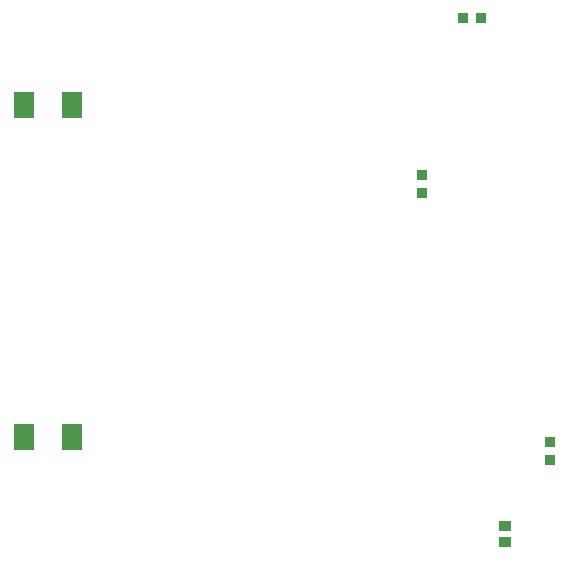
<source format=gbp>
G04 Layer_Color=128*
%FSLAX25Y25*%
%MOIN*%
G70*
G01*
G75*
%ADD13R,0.03347X0.03347*%
%ADD14R,0.03347X0.03347*%
%ADD25R,0.03937X0.03543*%
%ADD61R,0.07000X0.08500*%
D13*
X232000Y233787D02*
D03*
X238102D02*
D03*
D14*
X218561Y175554D02*
D03*
Y181657D02*
D03*
X261000Y92551D02*
D03*
Y86449D02*
D03*
D25*
X246000Y64445D02*
D03*
Y59130D02*
D03*
D61*
X85829Y94275D02*
D03*
X101829D02*
D03*
X85898Y204839D02*
D03*
X101898D02*
D03*
M02*

</source>
